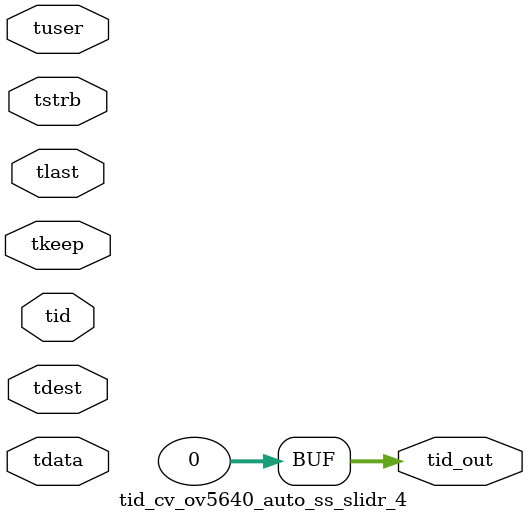
<source format=v>


`timescale 1ps/1ps

module tid_cv_ov5640_auto_ss_slidr_4 #
(
parameter C_S_AXIS_TID_WIDTH   = 1,
parameter C_S_AXIS_TUSER_WIDTH = 0,
parameter C_S_AXIS_TDATA_WIDTH = 0,
parameter C_S_AXIS_TDEST_WIDTH = 0,
parameter C_M_AXIS_TID_WIDTH   = 32
)
(
input  [(C_S_AXIS_TID_WIDTH   == 0 ? 1 : C_S_AXIS_TID_WIDTH)-1:0       ] tid,
input  [(C_S_AXIS_TDATA_WIDTH == 0 ? 1 : C_S_AXIS_TDATA_WIDTH)-1:0     ] tdata,
input  [(C_S_AXIS_TUSER_WIDTH == 0 ? 1 : C_S_AXIS_TUSER_WIDTH)-1:0     ] tuser,
input  [(C_S_AXIS_TDEST_WIDTH == 0 ? 1 : C_S_AXIS_TDEST_WIDTH)-1:0     ] tdest,
input  [(C_S_AXIS_TDATA_WIDTH/8)-1:0 ] tkeep,
input  [(C_S_AXIS_TDATA_WIDTH/8)-1:0 ] tstrb,
input                                                                    tlast,
output [(C_M_AXIS_TID_WIDTH   == 0 ? 1 : C_M_AXIS_TID_WIDTH)-1:0       ] tid_out
);

assign tid_out = {1'b0};

endmodule


</source>
